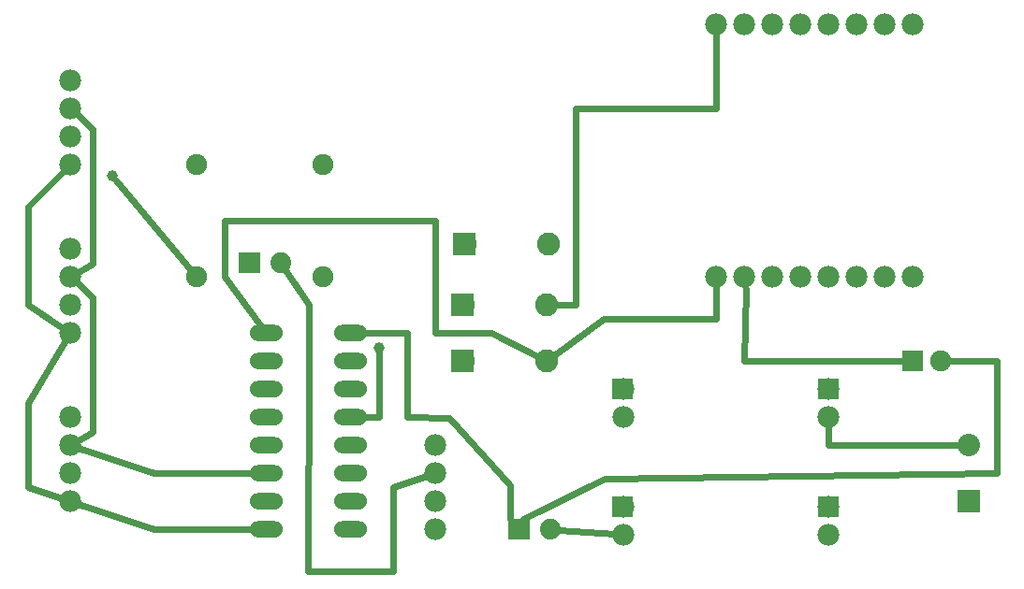
<source format=gtl>
G04 MADE WITH FRITZING*
G04 WWW.FRITZING.ORG*
G04 DOUBLE SIDED*
G04 HOLES PLATED*
G04 CONTOUR ON CENTER OF CONTOUR VECTOR*
%ASAXBY*%
%FSLAX23Y23*%
%MOIN*%
%OFA0B0*%
%SFA1.0B1.0*%
%ADD10C,0.039370*%
%ADD11C,0.078000*%
%ADD12C,0.075000*%
%ADD13C,0.082000*%
%ADD14C,0.074000*%
%ADD15C,0.080000*%
%ADD16C,0.058189*%
%ADD17C,0.077778*%
%ADD18R,0.075000X0.075000*%
%ADD19R,0.082000X0.082000*%
%ADD20R,0.079986X0.080000*%
%ADD21R,0.078000X0.078000*%
%ADD22C,0.024000*%
%ADD23R,0.001000X0.001000*%
%LNCOPPER1*%
G90*
G70*
G54D10*
X396Y1501D03*
X1346Y889D03*
G54D11*
X244Y641D03*
X244Y541D03*
X244Y441D03*
X244Y341D03*
X244Y1241D03*
X244Y1141D03*
X244Y1041D03*
X244Y941D03*
X244Y1841D03*
X244Y1741D03*
X244Y1641D03*
X244Y1541D03*
X1544Y541D03*
X1544Y441D03*
X1544Y341D03*
X1544Y241D03*
G54D12*
X3244Y841D03*
X3344Y841D03*
G54D13*
X1644Y1041D03*
X1942Y1041D03*
X1644Y841D03*
X1942Y841D03*
X1651Y1258D03*
X1949Y1258D03*
G54D14*
X1844Y241D03*
X1954Y241D03*
X1844Y241D03*
X1954Y241D03*
X884Y1191D03*
X994Y1191D03*
X884Y1191D03*
X994Y1191D03*
G54D12*
X694Y1541D03*
X694Y1141D03*
X1144Y1541D03*
X1144Y1141D03*
G54D15*
X3444Y341D03*
X3444Y541D03*
G54D16*
X944Y941D03*
X944Y841D03*
X944Y341D03*
X944Y241D03*
X944Y741D03*
X944Y641D03*
X944Y441D03*
X944Y541D03*
X1244Y241D03*
X1244Y341D03*
X1244Y441D03*
X1244Y541D03*
X1244Y641D03*
X1244Y741D03*
X1244Y841D03*
X1244Y941D03*
X944Y941D03*
X944Y841D03*
X944Y341D03*
X944Y241D03*
X944Y741D03*
X944Y641D03*
X944Y441D03*
X944Y541D03*
X1244Y241D03*
X1244Y341D03*
X1244Y441D03*
X1244Y541D03*
X1244Y641D03*
X1244Y741D03*
X1244Y841D03*
X1244Y941D03*
G54D11*
X2944Y221D03*
X2944Y641D03*
X2214Y221D03*
X2214Y321D03*
X2214Y641D03*
X2944Y321D03*
X2944Y741D03*
X2214Y741D03*
G54D17*
X3244Y2041D03*
X3144Y2041D03*
X3044Y2041D03*
X2944Y2041D03*
X2844Y2041D03*
X2744Y2041D03*
X2644Y2041D03*
X2544Y2041D03*
X2544Y1141D03*
X2644Y1141D03*
X2744Y1141D03*
X2844Y1141D03*
X2944Y1141D03*
X3044Y1141D03*
X3144Y1141D03*
X3244Y1141D03*
G54D18*
X3244Y841D03*
G54D19*
X1643Y1041D03*
X1643Y841D03*
X1650Y1258D03*
G54D20*
X3444Y341D03*
G54D21*
X2213Y321D03*
X2944Y321D03*
X2944Y741D03*
X2213Y741D03*
G54D22*
X2044Y1041D02*
X2044Y1741D01*
D02*
X2544Y1741D02*
X2544Y2011D01*
D02*
X2044Y1741D02*
X2544Y1741D01*
D02*
X2944Y541D02*
X2944Y610D01*
D02*
X1975Y1041D02*
X2044Y1041D01*
D02*
X3413Y541D02*
X2944Y541D01*
D02*
X794Y1341D02*
X1544Y1341D01*
D02*
X1744Y941D02*
X1914Y855D01*
D02*
X1544Y941D02*
X1744Y941D01*
D02*
X1544Y1341D02*
X1544Y941D01*
D02*
X794Y1141D02*
X794Y1341D01*
D02*
X926Y965D02*
X794Y1141D01*
D02*
X3544Y841D02*
X3544Y441D01*
D02*
X3373Y841D02*
X3544Y841D01*
D02*
X3544Y441D02*
X2148Y421D01*
D02*
X1860Y277D02*
X1857Y269D01*
D02*
X2148Y421D02*
X1860Y277D01*
D02*
X267Y1720D02*
X324Y1669D01*
D02*
X324Y1189D02*
X270Y1156D01*
D02*
X324Y1669D02*
X324Y1189D01*
D02*
X324Y589D02*
X324Y1069D01*
D02*
X270Y556D02*
X324Y589D01*
D02*
X544Y441D02*
X273Y531D01*
D02*
X324Y1069D02*
X267Y1120D01*
D02*
X914Y441D02*
X544Y441D01*
D02*
X408Y1486D02*
X676Y1163D01*
D02*
X94Y1392D02*
X223Y1519D01*
D02*
X94Y1042D02*
X94Y1392D01*
D02*
X219Y957D02*
X94Y1042D01*
D02*
X216Y350D02*
X94Y390D01*
D02*
X544Y241D02*
X273Y331D01*
D02*
X2184Y223D02*
X1985Y238D01*
D02*
X94Y692D02*
X229Y915D01*
D02*
X94Y390D02*
X94Y692D01*
D02*
X914Y241D02*
X544Y241D01*
D02*
X2644Y841D02*
X3216Y841D01*
D02*
X2652Y1093D02*
X2644Y841D01*
D02*
X2649Y1112D02*
X2652Y1093D01*
D02*
X1012Y1165D02*
X1094Y1041D01*
D02*
X1395Y90D02*
X1395Y390D01*
D02*
X1395Y390D02*
X1516Y431D01*
D02*
X1093Y90D02*
X1395Y90D01*
D02*
X1094Y841D02*
X1093Y90D01*
D02*
X1094Y1041D02*
X1094Y841D01*
D02*
X1444Y941D02*
X1275Y941D01*
D02*
X1444Y641D02*
X1444Y941D01*
D02*
X1596Y637D02*
X1444Y641D01*
D02*
X1812Y397D02*
X1596Y637D01*
D02*
X1812Y277D02*
X1812Y397D01*
D02*
X1824Y264D02*
X1812Y277D01*
D02*
X2544Y991D02*
X2144Y991D01*
D02*
X1344Y641D02*
X1346Y870D01*
D02*
X1275Y641D02*
X1344Y641D01*
D02*
X2144Y991D02*
X1968Y860D01*
D02*
X2544Y1111D02*
X2544Y991D01*
G54D23*
X848Y1228D02*
X920Y1228D01*
X847Y1227D02*
X920Y1227D01*
X847Y1226D02*
X920Y1226D01*
X847Y1225D02*
X920Y1225D01*
X847Y1224D02*
X920Y1224D01*
X847Y1223D02*
X920Y1223D01*
X847Y1222D02*
X920Y1222D01*
X847Y1221D02*
X920Y1221D01*
X847Y1220D02*
X920Y1220D01*
X847Y1219D02*
X920Y1219D01*
X847Y1218D02*
X920Y1218D01*
X847Y1217D02*
X920Y1217D01*
X847Y1216D02*
X920Y1216D01*
X847Y1215D02*
X920Y1215D01*
X847Y1214D02*
X920Y1214D01*
X847Y1213D02*
X920Y1213D01*
X847Y1212D02*
X920Y1212D01*
X847Y1211D02*
X882Y1211D01*
X885Y1211D02*
X920Y1211D01*
X847Y1210D02*
X877Y1210D01*
X890Y1210D02*
X920Y1210D01*
X847Y1209D02*
X875Y1209D01*
X893Y1209D02*
X920Y1209D01*
X847Y1208D02*
X873Y1208D01*
X895Y1208D02*
X920Y1208D01*
X847Y1207D02*
X871Y1207D01*
X896Y1207D02*
X920Y1207D01*
X847Y1206D02*
X870Y1206D01*
X897Y1206D02*
X920Y1206D01*
X847Y1205D02*
X869Y1205D01*
X899Y1205D02*
X920Y1205D01*
X847Y1204D02*
X868Y1204D01*
X899Y1204D02*
X920Y1204D01*
X847Y1203D02*
X867Y1203D01*
X900Y1203D02*
X920Y1203D01*
X847Y1202D02*
X867Y1202D01*
X901Y1202D02*
X920Y1202D01*
X847Y1201D02*
X866Y1201D01*
X902Y1201D02*
X920Y1201D01*
X847Y1200D02*
X865Y1200D01*
X902Y1200D02*
X920Y1200D01*
X847Y1199D02*
X865Y1199D01*
X903Y1199D02*
X920Y1199D01*
X847Y1198D02*
X865Y1198D01*
X903Y1198D02*
X920Y1198D01*
X847Y1197D02*
X864Y1197D01*
X903Y1197D02*
X920Y1197D01*
X847Y1196D02*
X864Y1196D01*
X904Y1196D02*
X920Y1196D01*
X847Y1195D02*
X864Y1195D01*
X904Y1195D02*
X920Y1195D01*
X847Y1194D02*
X864Y1194D01*
X904Y1194D02*
X920Y1194D01*
X847Y1193D02*
X863Y1193D01*
X904Y1193D02*
X920Y1193D01*
X847Y1192D02*
X863Y1192D01*
X904Y1192D02*
X920Y1192D01*
X847Y1191D02*
X863Y1191D01*
X904Y1191D02*
X920Y1191D01*
X847Y1190D02*
X863Y1190D01*
X904Y1190D02*
X920Y1190D01*
X847Y1189D02*
X863Y1189D01*
X904Y1189D02*
X920Y1189D01*
X847Y1188D02*
X864Y1188D01*
X904Y1188D02*
X920Y1188D01*
X847Y1187D02*
X864Y1187D01*
X904Y1187D02*
X920Y1187D01*
X847Y1186D02*
X864Y1186D01*
X903Y1186D02*
X920Y1186D01*
X847Y1185D02*
X864Y1185D01*
X903Y1185D02*
X920Y1185D01*
X847Y1184D02*
X865Y1184D01*
X903Y1184D02*
X920Y1184D01*
X847Y1183D02*
X865Y1183D01*
X903Y1183D02*
X920Y1183D01*
X847Y1182D02*
X866Y1182D01*
X902Y1182D02*
X920Y1182D01*
X847Y1181D02*
X866Y1181D01*
X901Y1181D02*
X920Y1181D01*
X847Y1180D02*
X867Y1180D01*
X901Y1180D02*
X920Y1180D01*
X847Y1179D02*
X867Y1179D01*
X900Y1179D02*
X920Y1179D01*
X847Y1178D02*
X868Y1178D01*
X899Y1178D02*
X920Y1178D01*
X847Y1177D02*
X869Y1177D01*
X898Y1177D02*
X920Y1177D01*
X847Y1176D02*
X870Y1176D01*
X897Y1176D02*
X920Y1176D01*
X847Y1175D02*
X871Y1175D01*
X896Y1175D02*
X920Y1175D01*
X847Y1174D02*
X873Y1174D01*
X895Y1174D02*
X920Y1174D01*
X847Y1173D02*
X875Y1173D01*
X893Y1173D02*
X920Y1173D01*
X847Y1172D02*
X878Y1172D01*
X890Y1172D02*
X920Y1172D01*
X847Y1171D02*
X920Y1171D01*
X847Y1170D02*
X920Y1170D01*
X847Y1169D02*
X920Y1169D01*
X847Y1168D02*
X920Y1168D01*
X847Y1167D02*
X920Y1167D01*
X847Y1166D02*
X920Y1166D01*
X847Y1165D02*
X920Y1165D01*
X847Y1164D02*
X920Y1164D01*
X847Y1163D02*
X920Y1163D01*
X847Y1162D02*
X920Y1162D01*
X847Y1161D02*
X920Y1161D01*
X847Y1160D02*
X920Y1160D01*
X847Y1159D02*
X920Y1159D01*
X847Y1158D02*
X920Y1158D01*
X847Y1157D02*
X920Y1157D01*
X847Y1156D02*
X920Y1156D01*
X847Y1155D02*
X920Y1155D01*
X912Y970D02*
X975Y970D01*
X1212Y970D02*
X1275Y970D01*
X907Y969D02*
X980Y969D01*
X1207Y969D02*
X1280Y969D01*
X904Y968D02*
X983Y968D01*
X1204Y968D02*
X1283Y968D01*
X902Y967D02*
X986Y967D01*
X1202Y967D02*
X1285Y967D01*
X900Y966D02*
X987Y966D01*
X1200Y966D02*
X1287Y966D01*
X899Y965D02*
X989Y965D01*
X1199Y965D02*
X1289Y965D01*
X897Y964D02*
X990Y964D01*
X1197Y964D02*
X1290Y964D01*
X896Y963D02*
X991Y963D01*
X1196Y963D02*
X1291Y963D01*
X895Y962D02*
X993Y962D01*
X1195Y962D02*
X1292Y962D01*
X894Y961D02*
X993Y961D01*
X1194Y961D02*
X1293Y961D01*
X893Y960D02*
X942Y960D01*
X946Y960D02*
X994Y960D01*
X1193Y960D02*
X1241Y960D01*
X1246Y960D02*
X1294Y960D01*
X892Y959D02*
X937Y959D01*
X951Y959D02*
X995Y959D01*
X1192Y959D02*
X1237Y959D01*
X1251Y959D02*
X1295Y959D01*
X892Y958D02*
X935Y958D01*
X953Y958D02*
X996Y958D01*
X1191Y958D02*
X1234Y958D01*
X1253Y958D02*
X1296Y958D01*
X891Y957D02*
X933Y957D01*
X955Y957D02*
X997Y957D01*
X1191Y957D02*
X1233Y957D01*
X1255Y957D02*
X1297Y957D01*
X890Y956D02*
X931Y956D01*
X956Y956D02*
X997Y956D01*
X1190Y956D02*
X1231Y956D01*
X1256Y956D02*
X1297Y956D01*
X890Y955D02*
X930Y955D01*
X957Y955D02*
X998Y955D01*
X1190Y955D02*
X1230Y955D01*
X1257Y955D02*
X1298Y955D01*
X889Y954D02*
X929Y954D01*
X958Y954D02*
X998Y954D01*
X1189Y954D02*
X1229Y954D01*
X1258Y954D02*
X1298Y954D01*
X889Y953D02*
X928Y953D01*
X959Y953D02*
X999Y953D01*
X1189Y953D02*
X1228Y953D01*
X1259Y953D02*
X1299Y953D01*
X888Y952D02*
X928Y952D01*
X960Y952D02*
X999Y952D01*
X1188Y952D02*
X1228Y952D01*
X1260Y952D02*
X1299Y952D01*
X888Y951D02*
X927Y951D01*
X960Y951D02*
X1000Y951D01*
X1188Y951D02*
X1227Y951D01*
X1260Y951D02*
X1300Y951D01*
X887Y950D02*
X926Y950D01*
X961Y950D02*
X1000Y950D01*
X1187Y950D02*
X1226Y950D01*
X1261Y950D02*
X1300Y950D01*
X887Y949D02*
X926Y949D01*
X962Y949D02*
X1000Y949D01*
X1187Y949D02*
X1226Y949D01*
X1261Y949D02*
X1300Y949D01*
X887Y948D02*
X925Y948D01*
X962Y948D02*
X1001Y948D01*
X1187Y948D02*
X1225Y948D01*
X1262Y948D02*
X1300Y948D01*
X887Y947D02*
X925Y947D01*
X962Y947D02*
X1001Y947D01*
X1187Y947D02*
X1225Y947D01*
X1262Y947D02*
X1301Y947D01*
X886Y946D02*
X925Y946D01*
X963Y946D02*
X1001Y946D01*
X1186Y946D02*
X1225Y946D01*
X1263Y946D02*
X1301Y946D01*
X886Y945D02*
X925Y945D01*
X963Y945D02*
X1001Y945D01*
X1186Y945D02*
X1224Y945D01*
X1263Y945D02*
X1301Y945D01*
X886Y944D02*
X924Y944D01*
X963Y944D02*
X1001Y944D01*
X1186Y944D02*
X1224Y944D01*
X1263Y944D02*
X1301Y944D01*
X886Y943D02*
X924Y943D01*
X963Y943D02*
X1001Y943D01*
X1186Y943D02*
X1224Y943D01*
X1263Y943D02*
X1301Y943D01*
X886Y942D02*
X924Y942D01*
X963Y942D02*
X1001Y942D01*
X1186Y942D02*
X1224Y942D01*
X1263Y942D02*
X1301Y942D01*
X886Y941D02*
X924Y941D01*
X963Y941D02*
X1001Y941D01*
X1186Y941D02*
X1224Y941D01*
X1263Y941D02*
X1301Y941D01*
X886Y940D02*
X924Y940D01*
X963Y940D02*
X1001Y940D01*
X1186Y940D02*
X1224Y940D01*
X1263Y940D02*
X1301Y940D01*
X886Y939D02*
X924Y939D01*
X963Y939D02*
X1001Y939D01*
X1186Y939D02*
X1224Y939D01*
X1263Y939D02*
X1301Y939D01*
X886Y938D02*
X924Y938D01*
X963Y938D02*
X1001Y938D01*
X1186Y938D02*
X1224Y938D01*
X1263Y938D02*
X1301Y938D01*
X886Y937D02*
X925Y937D01*
X963Y937D02*
X1001Y937D01*
X1186Y937D02*
X1225Y937D01*
X1263Y937D02*
X1301Y937D01*
X887Y936D02*
X925Y936D01*
X963Y936D02*
X1001Y936D01*
X1186Y936D02*
X1225Y936D01*
X1262Y936D02*
X1301Y936D01*
X887Y935D02*
X925Y935D01*
X962Y935D02*
X1001Y935D01*
X1187Y935D02*
X1225Y935D01*
X1262Y935D02*
X1301Y935D01*
X887Y934D02*
X926Y934D01*
X962Y934D02*
X1000Y934D01*
X1187Y934D02*
X1225Y934D01*
X1262Y934D02*
X1300Y934D01*
X887Y933D02*
X926Y933D01*
X961Y933D02*
X1000Y933D01*
X1187Y933D02*
X1226Y933D01*
X1261Y933D02*
X1300Y933D01*
X888Y932D02*
X927Y932D01*
X961Y932D02*
X1000Y932D01*
X1187Y932D02*
X1226Y932D01*
X1261Y932D02*
X1300Y932D01*
X888Y931D02*
X927Y931D01*
X960Y931D02*
X1000Y931D01*
X1188Y931D02*
X1227Y931D01*
X1260Y931D02*
X1300Y931D01*
X888Y930D02*
X928Y930D01*
X960Y930D02*
X999Y930D01*
X1188Y930D02*
X1228Y930D01*
X1260Y930D02*
X1299Y930D01*
X889Y929D02*
X929Y929D01*
X959Y929D02*
X999Y929D01*
X1189Y929D02*
X1228Y929D01*
X1259Y929D02*
X1299Y929D01*
X889Y928D02*
X929Y928D01*
X958Y928D02*
X998Y928D01*
X1189Y928D02*
X1229Y928D01*
X1258Y928D02*
X1298Y928D01*
X890Y927D02*
X930Y927D01*
X957Y927D02*
X998Y927D01*
X1190Y927D02*
X1230Y927D01*
X1257Y927D02*
X1298Y927D01*
X890Y926D02*
X932Y926D01*
X956Y926D02*
X997Y926D01*
X1190Y926D02*
X1232Y926D01*
X1256Y926D02*
X1297Y926D01*
X891Y925D02*
X933Y925D01*
X954Y925D02*
X997Y925D01*
X1191Y925D02*
X1233Y925D01*
X1254Y925D02*
X1296Y925D01*
X892Y924D02*
X935Y924D01*
X953Y924D02*
X996Y924D01*
X1192Y924D02*
X1235Y924D01*
X1253Y924D02*
X1296Y924D01*
X892Y923D02*
X937Y923D01*
X950Y923D02*
X995Y923D01*
X1192Y923D02*
X1237Y923D01*
X1250Y923D02*
X1295Y923D01*
X893Y922D02*
X994Y922D01*
X1193Y922D02*
X1294Y922D01*
X894Y921D02*
X993Y921D01*
X1194Y921D02*
X1293Y921D01*
X895Y920D02*
X992Y920D01*
X1195Y920D02*
X1292Y920D01*
X896Y919D02*
X991Y919D01*
X1196Y919D02*
X1291Y919D01*
X897Y918D02*
X990Y918D01*
X1197Y918D02*
X1290Y918D01*
X899Y917D02*
X989Y917D01*
X1199Y917D02*
X1289Y917D01*
X900Y916D02*
X987Y916D01*
X1200Y916D02*
X1287Y916D01*
X902Y915D02*
X985Y915D01*
X1202Y915D02*
X1285Y915D01*
X905Y914D02*
X983Y914D01*
X1205Y914D02*
X1283Y914D01*
X908Y913D02*
X980Y913D01*
X1208Y913D02*
X1280Y913D01*
X915Y912D02*
X973Y912D01*
X1215Y912D02*
X1273Y912D01*
X912Y870D02*
X976Y870D01*
X1212Y870D02*
X1275Y870D01*
X907Y869D02*
X980Y869D01*
X1207Y869D02*
X1280Y869D01*
X904Y868D02*
X983Y868D01*
X1204Y868D02*
X1283Y868D01*
X902Y867D02*
X986Y867D01*
X1202Y867D02*
X1285Y867D01*
X900Y866D02*
X987Y866D01*
X1200Y866D02*
X1287Y866D01*
X899Y865D02*
X989Y865D01*
X1199Y865D02*
X1289Y865D01*
X897Y864D02*
X990Y864D01*
X1197Y864D02*
X1290Y864D01*
X896Y863D02*
X991Y863D01*
X1196Y863D02*
X1291Y863D01*
X895Y862D02*
X993Y862D01*
X1195Y862D02*
X1292Y862D01*
X894Y861D02*
X993Y861D01*
X1194Y861D02*
X1293Y861D01*
X893Y860D02*
X941Y860D01*
X946Y860D02*
X994Y860D01*
X1193Y860D02*
X1241Y860D01*
X1246Y860D02*
X1294Y860D01*
X892Y859D02*
X937Y859D01*
X951Y859D02*
X995Y859D01*
X1192Y859D02*
X1237Y859D01*
X1251Y859D02*
X1295Y859D01*
X892Y858D02*
X935Y858D01*
X953Y858D02*
X996Y858D01*
X1191Y858D02*
X1234Y858D01*
X1253Y858D02*
X1296Y858D01*
X891Y857D02*
X933Y857D01*
X955Y857D02*
X997Y857D01*
X1191Y857D02*
X1233Y857D01*
X1255Y857D02*
X1297Y857D01*
X890Y856D02*
X931Y856D01*
X956Y856D02*
X997Y856D01*
X1190Y856D02*
X1231Y856D01*
X1256Y856D02*
X1297Y856D01*
X890Y855D02*
X930Y855D01*
X957Y855D02*
X998Y855D01*
X1190Y855D02*
X1230Y855D01*
X1257Y855D02*
X1298Y855D01*
X889Y854D02*
X929Y854D01*
X958Y854D02*
X998Y854D01*
X1189Y854D02*
X1229Y854D01*
X1258Y854D02*
X1298Y854D01*
X889Y853D02*
X928Y853D01*
X959Y853D02*
X999Y853D01*
X1189Y853D02*
X1228Y853D01*
X1259Y853D02*
X1299Y853D01*
X888Y852D02*
X928Y852D01*
X960Y852D02*
X999Y852D01*
X1188Y852D02*
X1228Y852D01*
X1260Y852D02*
X1299Y852D01*
X888Y851D02*
X927Y851D01*
X960Y851D02*
X1000Y851D01*
X1188Y851D02*
X1227Y851D01*
X1260Y851D02*
X1300Y851D01*
X887Y850D02*
X926Y850D01*
X961Y850D02*
X1000Y850D01*
X1187Y850D02*
X1226Y850D01*
X1261Y850D02*
X1300Y850D01*
X887Y849D02*
X926Y849D01*
X962Y849D02*
X1000Y849D01*
X1187Y849D02*
X1226Y849D01*
X1261Y849D02*
X1300Y849D01*
X887Y848D02*
X925Y848D01*
X962Y848D02*
X1001Y848D01*
X1187Y848D02*
X1225Y848D01*
X1262Y848D02*
X1300Y848D01*
X887Y847D02*
X925Y847D01*
X962Y847D02*
X1001Y847D01*
X1187Y847D02*
X1225Y847D01*
X1262Y847D02*
X1301Y847D01*
X886Y846D02*
X925Y846D01*
X963Y846D02*
X1001Y846D01*
X1186Y846D02*
X1225Y846D01*
X1263Y846D02*
X1301Y846D01*
X886Y845D02*
X925Y845D01*
X963Y845D02*
X1001Y845D01*
X1186Y845D02*
X1224Y845D01*
X1263Y845D02*
X1301Y845D01*
X886Y844D02*
X924Y844D01*
X963Y844D02*
X1001Y844D01*
X1186Y844D02*
X1224Y844D01*
X1263Y844D02*
X1301Y844D01*
X886Y843D02*
X924Y843D01*
X963Y843D02*
X1001Y843D01*
X1186Y843D02*
X1224Y843D01*
X1263Y843D02*
X1301Y843D01*
X886Y842D02*
X924Y842D01*
X963Y842D02*
X1001Y842D01*
X1186Y842D02*
X1224Y842D01*
X1263Y842D02*
X1301Y842D01*
X886Y841D02*
X924Y841D01*
X963Y841D02*
X1001Y841D01*
X1186Y841D02*
X1224Y841D01*
X1263Y841D02*
X1301Y841D01*
X886Y840D02*
X924Y840D01*
X963Y840D02*
X1001Y840D01*
X1186Y840D02*
X1224Y840D01*
X1263Y840D02*
X1301Y840D01*
X886Y839D02*
X924Y839D01*
X963Y839D02*
X1001Y839D01*
X1186Y839D02*
X1224Y839D01*
X1263Y839D02*
X1301Y839D01*
X886Y838D02*
X924Y838D01*
X963Y838D02*
X1001Y838D01*
X1186Y838D02*
X1224Y838D01*
X1263Y838D02*
X1301Y838D01*
X886Y837D02*
X925Y837D01*
X963Y837D02*
X1001Y837D01*
X1186Y837D02*
X1225Y837D01*
X1263Y837D02*
X1301Y837D01*
X887Y836D02*
X925Y836D01*
X963Y836D02*
X1001Y836D01*
X1186Y836D02*
X1225Y836D01*
X1262Y836D02*
X1301Y836D01*
X887Y835D02*
X925Y835D01*
X962Y835D02*
X1001Y835D01*
X1187Y835D02*
X1225Y835D01*
X1262Y835D02*
X1301Y835D01*
X887Y834D02*
X926Y834D01*
X962Y834D02*
X1000Y834D01*
X1187Y834D02*
X1225Y834D01*
X1262Y834D02*
X1300Y834D01*
X887Y833D02*
X926Y833D01*
X961Y833D02*
X1000Y833D01*
X1187Y833D02*
X1226Y833D01*
X1261Y833D02*
X1300Y833D01*
X888Y832D02*
X927Y832D01*
X961Y832D02*
X1000Y832D01*
X1187Y832D02*
X1226Y832D01*
X1261Y832D02*
X1300Y832D01*
X888Y831D02*
X927Y831D01*
X960Y831D02*
X1000Y831D01*
X1188Y831D02*
X1227Y831D01*
X1260Y831D02*
X1300Y831D01*
X888Y830D02*
X928Y830D01*
X960Y830D02*
X999Y830D01*
X1188Y830D02*
X1228Y830D01*
X1260Y830D02*
X1299Y830D01*
X889Y829D02*
X929Y829D01*
X959Y829D02*
X999Y829D01*
X1189Y829D02*
X1228Y829D01*
X1259Y829D02*
X1299Y829D01*
X889Y828D02*
X929Y828D01*
X958Y828D02*
X998Y828D01*
X1189Y828D02*
X1229Y828D01*
X1258Y828D02*
X1298Y828D01*
X890Y827D02*
X930Y827D01*
X957Y827D02*
X998Y827D01*
X1190Y827D02*
X1230Y827D01*
X1257Y827D02*
X1298Y827D01*
X890Y826D02*
X932Y826D01*
X956Y826D02*
X997Y826D01*
X1190Y826D02*
X1232Y826D01*
X1256Y826D02*
X1297Y826D01*
X891Y825D02*
X933Y825D01*
X954Y825D02*
X997Y825D01*
X1191Y825D02*
X1233Y825D01*
X1254Y825D02*
X1296Y825D01*
X892Y824D02*
X935Y824D01*
X953Y824D02*
X996Y824D01*
X1192Y824D02*
X1235Y824D01*
X1253Y824D02*
X1296Y824D01*
X892Y823D02*
X937Y823D01*
X950Y823D02*
X995Y823D01*
X1192Y823D02*
X1237Y823D01*
X1250Y823D02*
X1295Y823D01*
X893Y822D02*
X994Y822D01*
X1193Y822D02*
X1294Y822D01*
X894Y821D02*
X993Y821D01*
X1194Y821D02*
X1293Y821D01*
X895Y820D02*
X992Y820D01*
X1195Y820D02*
X1292Y820D01*
X896Y819D02*
X991Y819D01*
X1196Y819D02*
X1291Y819D01*
X897Y818D02*
X990Y818D01*
X1197Y818D02*
X1290Y818D01*
X899Y817D02*
X989Y817D01*
X1199Y817D02*
X1289Y817D01*
X900Y816D02*
X987Y816D01*
X1200Y816D02*
X1287Y816D01*
X902Y815D02*
X985Y815D01*
X1202Y815D02*
X1285Y815D01*
X905Y814D02*
X983Y814D01*
X1205Y814D02*
X1283Y814D01*
X908Y813D02*
X980Y813D01*
X1208Y813D02*
X1280Y813D01*
X915Y812D02*
X973Y812D01*
X1215Y812D02*
X1273Y812D01*
X912Y770D02*
X976Y770D01*
X1212Y770D02*
X1275Y770D01*
X907Y769D02*
X980Y769D01*
X1207Y769D02*
X1280Y769D01*
X904Y768D02*
X983Y768D01*
X1204Y768D02*
X1283Y768D01*
X902Y767D02*
X986Y767D01*
X1202Y767D02*
X1285Y767D01*
X900Y766D02*
X987Y766D01*
X1200Y766D02*
X1287Y766D01*
X899Y765D02*
X989Y765D01*
X1199Y765D02*
X1289Y765D01*
X897Y764D02*
X990Y764D01*
X1197Y764D02*
X1290Y764D01*
X896Y763D02*
X991Y763D01*
X1196Y763D02*
X1291Y763D01*
X895Y762D02*
X993Y762D01*
X1195Y762D02*
X1292Y762D01*
X894Y761D02*
X993Y761D01*
X1194Y761D02*
X1293Y761D01*
X893Y760D02*
X941Y760D01*
X946Y760D02*
X994Y760D01*
X1193Y760D02*
X1241Y760D01*
X1246Y760D02*
X1294Y760D01*
X892Y759D02*
X937Y759D01*
X951Y759D02*
X995Y759D01*
X1192Y759D02*
X1237Y759D01*
X1251Y759D02*
X1295Y759D01*
X891Y758D02*
X935Y758D01*
X953Y758D02*
X996Y758D01*
X1191Y758D02*
X1234Y758D01*
X1253Y758D02*
X1296Y758D01*
X891Y757D02*
X933Y757D01*
X955Y757D02*
X997Y757D01*
X1191Y757D02*
X1233Y757D01*
X1255Y757D02*
X1297Y757D01*
X890Y756D02*
X931Y756D01*
X956Y756D02*
X997Y756D01*
X1190Y756D02*
X1231Y756D01*
X1256Y756D02*
X1297Y756D01*
X890Y755D02*
X930Y755D01*
X957Y755D02*
X998Y755D01*
X1190Y755D02*
X1230Y755D01*
X1257Y755D02*
X1298Y755D01*
X889Y754D02*
X929Y754D01*
X958Y754D02*
X998Y754D01*
X1189Y754D02*
X1229Y754D01*
X1258Y754D02*
X1298Y754D01*
X889Y753D02*
X928Y753D01*
X959Y753D02*
X999Y753D01*
X1189Y753D02*
X1228Y753D01*
X1259Y753D02*
X1299Y753D01*
X888Y752D02*
X928Y752D01*
X960Y752D02*
X999Y752D01*
X1188Y752D02*
X1228Y752D01*
X1260Y752D02*
X1299Y752D01*
X888Y751D02*
X927Y751D01*
X960Y751D02*
X1000Y751D01*
X1188Y751D02*
X1227Y751D01*
X1260Y751D02*
X1300Y751D01*
X887Y750D02*
X926Y750D01*
X961Y750D02*
X1000Y750D01*
X1187Y750D02*
X1226Y750D01*
X1261Y750D02*
X1300Y750D01*
X887Y749D02*
X926Y749D01*
X962Y749D02*
X1000Y749D01*
X1187Y749D02*
X1226Y749D01*
X1261Y749D02*
X1300Y749D01*
X887Y748D02*
X925Y748D01*
X962Y748D02*
X1001Y748D01*
X1187Y748D02*
X1225Y748D01*
X1262Y748D02*
X1300Y748D01*
X887Y747D02*
X925Y747D01*
X962Y747D02*
X1001Y747D01*
X1187Y747D02*
X1225Y747D01*
X1262Y747D02*
X1301Y747D01*
X886Y746D02*
X925Y746D01*
X963Y746D02*
X1001Y746D01*
X1186Y746D02*
X1225Y746D01*
X1263Y746D02*
X1301Y746D01*
X886Y745D02*
X925Y745D01*
X963Y745D02*
X1001Y745D01*
X1186Y745D02*
X1224Y745D01*
X1263Y745D02*
X1301Y745D01*
X886Y744D02*
X924Y744D01*
X963Y744D02*
X1001Y744D01*
X1186Y744D02*
X1224Y744D01*
X1263Y744D02*
X1301Y744D01*
X886Y743D02*
X924Y743D01*
X963Y743D02*
X1001Y743D01*
X1186Y743D02*
X1224Y743D01*
X1263Y743D02*
X1301Y743D01*
X886Y742D02*
X924Y742D01*
X963Y742D02*
X1001Y742D01*
X1186Y742D02*
X1224Y742D01*
X1263Y742D02*
X1301Y742D01*
X886Y741D02*
X924Y741D01*
X963Y741D02*
X1001Y741D01*
X1186Y741D02*
X1224Y741D01*
X1263Y741D02*
X1301Y741D01*
X886Y740D02*
X924Y740D01*
X963Y740D02*
X1001Y740D01*
X1186Y740D02*
X1224Y740D01*
X1263Y740D02*
X1301Y740D01*
X886Y739D02*
X924Y739D01*
X963Y739D02*
X1001Y739D01*
X1186Y739D02*
X1224Y739D01*
X1263Y739D02*
X1301Y739D01*
X886Y738D02*
X924Y738D01*
X963Y738D02*
X1001Y738D01*
X1186Y738D02*
X1224Y738D01*
X1263Y738D02*
X1301Y738D01*
X886Y737D02*
X925Y737D01*
X963Y737D02*
X1001Y737D01*
X1186Y737D02*
X1225Y737D01*
X1263Y737D02*
X1301Y737D01*
X887Y736D02*
X925Y736D01*
X963Y736D02*
X1001Y736D01*
X1186Y736D02*
X1225Y736D01*
X1262Y736D02*
X1301Y736D01*
X887Y735D02*
X925Y735D01*
X962Y735D02*
X1001Y735D01*
X1187Y735D02*
X1225Y735D01*
X1262Y735D02*
X1301Y735D01*
X887Y734D02*
X926Y734D01*
X962Y734D02*
X1000Y734D01*
X1187Y734D02*
X1225Y734D01*
X1262Y734D02*
X1300Y734D01*
X887Y733D02*
X926Y733D01*
X961Y733D02*
X1000Y733D01*
X1187Y733D02*
X1226Y733D01*
X1261Y733D02*
X1300Y733D01*
X888Y732D02*
X927Y732D01*
X961Y732D02*
X1000Y732D01*
X1187Y732D02*
X1226Y732D01*
X1261Y732D02*
X1300Y732D01*
X888Y731D02*
X927Y731D01*
X960Y731D02*
X1000Y731D01*
X1188Y731D02*
X1227Y731D01*
X1260Y731D02*
X1300Y731D01*
X888Y730D02*
X928Y730D01*
X960Y730D02*
X999Y730D01*
X1188Y730D02*
X1228Y730D01*
X1260Y730D02*
X1299Y730D01*
X889Y729D02*
X929Y729D01*
X959Y729D02*
X999Y729D01*
X1189Y729D02*
X1228Y729D01*
X1259Y729D02*
X1299Y729D01*
X889Y728D02*
X929Y728D01*
X958Y728D02*
X998Y728D01*
X1189Y728D02*
X1229Y728D01*
X1258Y728D02*
X1298Y728D01*
X890Y727D02*
X930Y727D01*
X957Y727D02*
X998Y727D01*
X1190Y727D02*
X1230Y727D01*
X1257Y727D02*
X1298Y727D01*
X890Y726D02*
X932Y726D01*
X956Y726D02*
X997Y726D01*
X1190Y726D02*
X1232Y726D01*
X1256Y726D02*
X1297Y726D01*
X891Y725D02*
X933Y725D01*
X954Y725D02*
X997Y725D01*
X1191Y725D02*
X1233Y725D01*
X1254Y725D02*
X1296Y725D01*
X892Y724D02*
X935Y724D01*
X953Y724D02*
X996Y724D01*
X1192Y724D02*
X1235Y724D01*
X1253Y724D02*
X1296Y724D01*
X892Y723D02*
X937Y723D01*
X950Y723D02*
X995Y723D01*
X1192Y723D02*
X1237Y723D01*
X1250Y723D02*
X1295Y723D01*
X893Y722D02*
X994Y722D01*
X1193Y722D02*
X1294Y722D01*
X894Y721D02*
X993Y721D01*
X1194Y721D02*
X1293Y721D01*
X895Y720D02*
X992Y720D01*
X1195Y720D02*
X1292Y720D01*
X896Y719D02*
X991Y719D01*
X1196Y719D02*
X1291Y719D01*
X897Y718D02*
X990Y718D01*
X1197Y718D02*
X1290Y718D01*
X899Y717D02*
X989Y717D01*
X1199Y717D02*
X1289Y717D01*
X900Y716D02*
X987Y716D01*
X1200Y716D02*
X1287Y716D01*
X902Y715D02*
X985Y715D01*
X1202Y715D02*
X1285Y715D01*
X905Y714D02*
X983Y714D01*
X1205Y714D02*
X1283Y714D01*
X908Y713D02*
X980Y713D01*
X1208Y713D02*
X1280Y713D01*
X915Y712D02*
X972Y712D01*
X1215Y712D02*
X1272Y712D01*
X912Y670D02*
X976Y670D01*
X1212Y670D02*
X1275Y670D01*
X907Y669D02*
X980Y669D01*
X1207Y669D02*
X1280Y669D01*
X904Y668D02*
X983Y668D01*
X1204Y668D02*
X1283Y668D01*
X902Y667D02*
X986Y667D01*
X1202Y667D02*
X1285Y667D01*
X900Y666D02*
X987Y666D01*
X1200Y666D02*
X1287Y666D01*
X899Y665D02*
X989Y665D01*
X1199Y665D02*
X1289Y665D01*
X897Y664D02*
X990Y664D01*
X1197Y664D02*
X1290Y664D01*
X896Y663D02*
X991Y663D01*
X1196Y663D02*
X1291Y663D01*
X895Y662D02*
X993Y662D01*
X1195Y662D02*
X1292Y662D01*
X894Y661D02*
X993Y661D01*
X1194Y661D02*
X1293Y661D01*
X893Y660D02*
X941Y660D01*
X946Y660D02*
X994Y660D01*
X1193Y660D02*
X1241Y660D01*
X1246Y660D02*
X1294Y660D01*
X892Y659D02*
X937Y659D01*
X951Y659D02*
X995Y659D01*
X1192Y659D02*
X1237Y659D01*
X1251Y659D02*
X1295Y659D01*
X891Y658D02*
X935Y658D01*
X953Y658D02*
X996Y658D01*
X1191Y658D02*
X1234Y658D01*
X1253Y658D02*
X1296Y658D01*
X891Y657D02*
X933Y657D01*
X955Y657D02*
X997Y657D01*
X1191Y657D02*
X1233Y657D01*
X1255Y657D02*
X1297Y657D01*
X890Y656D02*
X931Y656D01*
X956Y656D02*
X997Y656D01*
X1190Y656D02*
X1231Y656D01*
X1256Y656D02*
X1297Y656D01*
X890Y655D02*
X930Y655D01*
X957Y655D02*
X998Y655D01*
X1190Y655D02*
X1230Y655D01*
X1257Y655D02*
X1298Y655D01*
X889Y654D02*
X929Y654D01*
X958Y654D02*
X998Y654D01*
X1189Y654D02*
X1229Y654D01*
X1258Y654D02*
X1298Y654D01*
X889Y653D02*
X928Y653D01*
X959Y653D02*
X999Y653D01*
X1189Y653D02*
X1228Y653D01*
X1259Y653D02*
X1299Y653D01*
X888Y652D02*
X928Y652D01*
X960Y652D02*
X999Y652D01*
X1188Y652D02*
X1228Y652D01*
X1260Y652D02*
X1299Y652D01*
X888Y651D02*
X927Y651D01*
X960Y651D02*
X1000Y651D01*
X1188Y651D02*
X1227Y651D01*
X1260Y651D02*
X1300Y651D01*
X887Y650D02*
X926Y650D01*
X961Y650D02*
X1000Y650D01*
X1187Y650D02*
X1226Y650D01*
X1261Y650D02*
X1300Y650D01*
X887Y649D02*
X926Y649D01*
X962Y649D02*
X1000Y649D01*
X1187Y649D02*
X1226Y649D01*
X1261Y649D02*
X1300Y649D01*
X887Y648D02*
X925Y648D01*
X962Y648D02*
X1001Y648D01*
X1187Y648D02*
X1225Y648D01*
X1262Y648D02*
X1300Y648D01*
X887Y647D02*
X925Y647D01*
X962Y647D02*
X1001Y647D01*
X1187Y647D02*
X1225Y647D01*
X1262Y647D02*
X1301Y647D01*
X886Y646D02*
X925Y646D01*
X963Y646D02*
X1001Y646D01*
X1186Y646D02*
X1225Y646D01*
X1263Y646D02*
X1301Y646D01*
X886Y645D02*
X925Y645D01*
X963Y645D02*
X1001Y645D01*
X1186Y645D02*
X1224Y645D01*
X1263Y645D02*
X1301Y645D01*
X886Y644D02*
X924Y644D01*
X963Y644D02*
X1001Y644D01*
X1186Y644D02*
X1224Y644D01*
X1263Y644D02*
X1301Y644D01*
X886Y643D02*
X924Y643D01*
X963Y643D02*
X1001Y643D01*
X1186Y643D02*
X1224Y643D01*
X1263Y643D02*
X1301Y643D01*
X886Y642D02*
X924Y642D01*
X963Y642D02*
X1001Y642D01*
X1186Y642D02*
X1224Y642D01*
X1263Y642D02*
X1301Y642D01*
X886Y641D02*
X924Y641D01*
X963Y641D02*
X1001Y641D01*
X1186Y641D02*
X1224Y641D01*
X1263Y641D02*
X1301Y641D01*
X886Y640D02*
X924Y640D01*
X963Y640D02*
X1001Y640D01*
X1186Y640D02*
X1224Y640D01*
X1263Y640D02*
X1301Y640D01*
X886Y639D02*
X924Y639D01*
X963Y639D02*
X1001Y639D01*
X1186Y639D02*
X1224Y639D01*
X1263Y639D02*
X1301Y639D01*
X886Y638D02*
X924Y638D01*
X963Y638D02*
X1001Y638D01*
X1186Y638D02*
X1224Y638D01*
X1263Y638D02*
X1301Y638D01*
X886Y637D02*
X925Y637D01*
X963Y637D02*
X1001Y637D01*
X1186Y637D02*
X1225Y637D01*
X1263Y637D02*
X1301Y637D01*
X887Y636D02*
X925Y636D01*
X963Y636D02*
X1001Y636D01*
X1186Y636D02*
X1225Y636D01*
X1262Y636D02*
X1301Y636D01*
X887Y635D02*
X925Y635D01*
X962Y635D02*
X1001Y635D01*
X1187Y635D02*
X1225Y635D01*
X1262Y635D02*
X1301Y635D01*
X887Y634D02*
X926Y634D01*
X962Y634D02*
X1000Y634D01*
X1187Y634D02*
X1225Y634D01*
X1262Y634D02*
X1300Y634D01*
X887Y633D02*
X926Y633D01*
X961Y633D02*
X1000Y633D01*
X1187Y633D02*
X1226Y633D01*
X1261Y633D02*
X1300Y633D01*
X888Y632D02*
X927Y632D01*
X961Y632D02*
X1000Y632D01*
X1187Y632D02*
X1226Y632D01*
X1261Y632D02*
X1300Y632D01*
X888Y631D02*
X927Y631D01*
X960Y631D02*
X1000Y631D01*
X1188Y631D02*
X1227Y631D01*
X1260Y631D02*
X1300Y631D01*
X888Y630D02*
X928Y630D01*
X960Y630D02*
X999Y630D01*
X1188Y630D02*
X1228Y630D01*
X1260Y630D02*
X1299Y630D01*
X889Y629D02*
X929Y629D01*
X959Y629D02*
X999Y629D01*
X1189Y629D02*
X1229Y629D01*
X1259Y629D02*
X1299Y629D01*
X889Y628D02*
X929Y628D01*
X958Y628D02*
X998Y628D01*
X1189Y628D02*
X1229Y628D01*
X1258Y628D02*
X1298Y628D01*
X890Y627D02*
X930Y627D01*
X957Y627D02*
X998Y627D01*
X1190Y627D02*
X1230Y627D01*
X1257Y627D02*
X1298Y627D01*
X890Y626D02*
X932Y626D01*
X956Y626D02*
X997Y626D01*
X1190Y626D02*
X1232Y626D01*
X1256Y626D02*
X1297Y626D01*
X891Y625D02*
X933Y625D01*
X954Y625D02*
X997Y625D01*
X1191Y625D02*
X1233Y625D01*
X1254Y625D02*
X1296Y625D01*
X892Y624D02*
X935Y624D01*
X953Y624D02*
X996Y624D01*
X1192Y624D02*
X1235Y624D01*
X1253Y624D02*
X1296Y624D01*
X892Y623D02*
X937Y623D01*
X950Y623D02*
X995Y623D01*
X1192Y623D02*
X1237Y623D01*
X1250Y623D02*
X1295Y623D01*
X893Y622D02*
X994Y622D01*
X1193Y622D02*
X1294Y622D01*
X894Y621D02*
X993Y621D01*
X1194Y621D02*
X1293Y621D01*
X895Y620D02*
X992Y620D01*
X1195Y620D02*
X1292Y620D01*
X896Y619D02*
X991Y619D01*
X1196Y619D02*
X1291Y619D01*
X897Y618D02*
X990Y618D01*
X1197Y618D02*
X1290Y618D01*
X899Y617D02*
X989Y617D01*
X1199Y617D02*
X1289Y617D01*
X900Y616D02*
X987Y616D01*
X1200Y616D02*
X1287Y616D01*
X902Y615D02*
X985Y615D01*
X1202Y615D02*
X1285Y615D01*
X905Y614D02*
X983Y614D01*
X1205Y614D02*
X1283Y614D01*
X908Y613D02*
X980Y613D01*
X1208Y613D02*
X1280Y613D01*
X915Y612D02*
X972Y612D01*
X1215Y612D02*
X1272Y612D01*
X912Y570D02*
X976Y570D01*
X1212Y570D02*
X1275Y570D01*
X907Y569D02*
X980Y569D01*
X1207Y569D02*
X1280Y569D01*
X904Y568D02*
X983Y568D01*
X1204Y568D02*
X1283Y568D01*
X902Y567D02*
X986Y567D01*
X1202Y567D02*
X1285Y567D01*
X900Y566D02*
X987Y566D01*
X1200Y566D02*
X1287Y566D01*
X899Y565D02*
X989Y565D01*
X1199Y565D02*
X1289Y565D01*
X897Y564D02*
X990Y564D01*
X1197Y564D02*
X1290Y564D01*
X896Y563D02*
X991Y563D01*
X1196Y563D02*
X1291Y563D01*
X895Y562D02*
X993Y562D01*
X1195Y562D02*
X1292Y562D01*
X894Y561D02*
X993Y561D01*
X1194Y561D02*
X1293Y561D01*
X893Y560D02*
X941Y560D01*
X946Y560D02*
X994Y560D01*
X1193Y560D02*
X1241Y560D01*
X1246Y560D02*
X1294Y560D01*
X892Y559D02*
X937Y559D01*
X951Y559D02*
X995Y559D01*
X1192Y559D02*
X1237Y559D01*
X1251Y559D02*
X1295Y559D01*
X891Y558D02*
X935Y558D01*
X953Y558D02*
X996Y558D01*
X1191Y558D02*
X1234Y558D01*
X1253Y558D02*
X1296Y558D01*
X891Y557D02*
X933Y557D01*
X955Y557D02*
X997Y557D01*
X1191Y557D02*
X1233Y557D01*
X1255Y557D02*
X1297Y557D01*
X890Y556D02*
X931Y556D01*
X956Y556D02*
X997Y556D01*
X1190Y556D02*
X1231Y556D01*
X1256Y556D02*
X1297Y556D01*
X890Y555D02*
X930Y555D01*
X957Y555D02*
X998Y555D01*
X1190Y555D02*
X1230Y555D01*
X1257Y555D02*
X1298Y555D01*
X889Y554D02*
X929Y554D01*
X958Y554D02*
X998Y554D01*
X1189Y554D02*
X1229Y554D01*
X1258Y554D02*
X1298Y554D01*
X889Y553D02*
X928Y553D01*
X959Y553D02*
X999Y553D01*
X1189Y553D02*
X1228Y553D01*
X1259Y553D02*
X1299Y553D01*
X888Y552D02*
X928Y552D01*
X960Y552D02*
X999Y552D01*
X1188Y552D02*
X1228Y552D01*
X1260Y552D02*
X1299Y552D01*
X888Y551D02*
X927Y551D01*
X960Y551D02*
X1000Y551D01*
X1188Y551D02*
X1227Y551D01*
X1260Y551D02*
X1300Y551D01*
X887Y550D02*
X926Y550D01*
X961Y550D02*
X1000Y550D01*
X1187Y550D02*
X1226Y550D01*
X1261Y550D02*
X1300Y550D01*
X887Y549D02*
X926Y549D01*
X962Y549D02*
X1000Y549D01*
X1187Y549D02*
X1226Y549D01*
X1261Y549D02*
X1300Y549D01*
X887Y548D02*
X925Y548D01*
X962Y548D02*
X1001Y548D01*
X1187Y548D02*
X1225Y548D01*
X1262Y548D02*
X1300Y548D01*
X887Y547D02*
X925Y547D01*
X962Y547D02*
X1001Y547D01*
X1187Y547D02*
X1225Y547D01*
X1262Y547D02*
X1301Y547D01*
X886Y546D02*
X925Y546D01*
X963Y546D02*
X1001Y546D01*
X1186Y546D02*
X1225Y546D01*
X1263Y546D02*
X1301Y546D01*
X886Y545D02*
X925Y545D01*
X963Y545D02*
X1001Y545D01*
X1186Y545D02*
X1224Y545D01*
X1263Y545D02*
X1301Y545D01*
X886Y544D02*
X924Y544D01*
X963Y544D02*
X1001Y544D01*
X1186Y544D02*
X1224Y544D01*
X1263Y544D02*
X1301Y544D01*
X886Y543D02*
X924Y543D01*
X963Y543D02*
X1001Y543D01*
X1186Y543D02*
X1224Y543D01*
X1263Y543D02*
X1301Y543D01*
X886Y542D02*
X924Y542D01*
X963Y542D02*
X1001Y542D01*
X1186Y542D02*
X1224Y542D01*
X1263Y542D02*
X1301Y542D01*
X886Y541D02*
X924Y541D01*
X963Y541D02*
X1001Y541D01*
X1186Y541D02*
X1224Y541D01*
X1263Y541D02*
X1301Y541D01*
X886Y540D02*
X924Y540D01*
X963Y540D02*
X1001Y540D01*
X1186Y540D02*
X1224Y540D01*
X1263Y540D02*
X1301Y540D01*
X886Y539D02*
X924Y539D01*
X963Y539D02*
X1001Y539D01*
X1186Y539D02*
X1224Y539D01*
X1263Y539D02*
X1301Y539D01*
X886Y538D02*
X924Y538D01*
X963Y538D02*
X1001Y538D01*
X1186Y538D02*
X1224Y538D01*
X1263Y538D02*
X1301Y538D01*
X886Y537D02*
X925Y537D01*
X963Y537D02*
X1001Y537D01*
X1186Y537D02*
X1225Y537D01*
X1263Y537D02*
X1301Y537D01*
X887Y536D02*
X925Y536D01*
X963Y536D02*
X1001Y536D01*
X1186Y536D02*
X1225Y536D01*
X1262Y536D02*
X1301Y536D01*
X887Y535D02*
X925Y535D01*
X962Y535D02*
X1001Y535D01*
X1187Y535D02*
X1225Y535D01*
X1262Y535D02*
X1301Y535D01*
X887Y534D02*
X926Y534D01*
X962Y534D02*
X1000Y534D01*
X1187Y534D02*
X1225Y534D01*
X1262Y534D02*
X1300Y534D01*
X887Y533D02*
X926Y533D01*
X961Y533D02*
X1000Y533D01*
X1187Y533D02*
X1226Y533D01*
X1261Y533D02*
X1300Y533D01*
X888Y532D02*
X927Y532D01*
X961Y532D02*
X1000Y532D01*
X1187Y532D02*
X1226Y532D01*
X1261Y532D02*
X1300Y532D01*
X888Y531D02*
X927Y531D01*
X960Y531D02*
X1000Y531D01*
X1188Y531D02*
X1227Y531D01*
X1260Y531D02*
X1300Y531D01*
X888Y530D02*
X928Y530D01*
X960Y530D02*
X999Y530D01*
X1188Y530D02*
X1228Y530D01*
X1260Y530D02*
X1299Y530D01*
X889Y529D02*
X929Y529D01*
X959Y529D02*
X999Y529D01*
X1189Y529D02*
X1229Y529D01*
X1259Y529D02*
X1299Y529D01*
X889Y528D02*
X929Y528D01*
X958Y528D02*
X998Y528D01*
X1189Y528D02*
X1229Y528D01*
X1258Y528D02*
X1298Y528D01*
X890Y527D02*
X930Y527D01*
X957Y527D02*
X998Y527D01*
X1190Y527D02*
X1230Y527D01*
X1257Y527D02*
X1298Y527D01*
X890Y526D02*
X932Y526D01*
X956Y526D02*
X997Y526D01*
X1190Y526D02*
X1232Y526D01*
X1256Y526D02*
X1297Y526D01*
X891Y525D02*
X933Y525D01*
X954Y525D02*
X997Y525D01*
X1191Y525D02*
X1233Y525D01*
X1254Y525D02*
X1296Y525D01*
X892Y524D02*
X935Y524D01*
X953Y524D02*
X996Y524D01*
X1192Y524D02*
X1235Y524D01*
X1253Y524D02*
X1296Y524D01*
X892Y523D02*
X937Y523D01*
X950Y523D02*
X995Y523D01*
X1192Y523D02*
X1237Y523D01*
X1250Y523D02*
X1295Y523D01*
X893Y522D02*
X994Y522D01*
X1193Y522D02*
X1294Y522D01*
X894Y521D02*
X993Y521D01*
X1194Y521D02*
X1293Y521D01*
X895Y520D02*
X992Y520D01*
X1195Y520D02*
X1292Y520D01*
X896Y519D02*
X991Y519D01*
X1196Y519D02*
X1291Y519D01*
X897Y518D02*
X990Y518D01*
X1197Y518D02*
X1290Y518D01*
X899Y517D02*
X989Y517D01*
X1199Y517D02*
X1289Y517D01*
X900Y516D02*
X987Y516D01*
X1200Y516D02*
X1287Y516D01*
X902Y515D02*
X985Y515D01*
X1202Y515D02*
X1285Y515D01*
X905Y514D02*
X983Y514D01*
X1205Y514D02*
X1283Y514D01*
X908Y513D02*
X980Y513D01*
X1208Y513D02*
X1280Y513D01*
X915Y512D02*
X972Y512D01*
X1215Y512D02*
X1272Y512D01*
X912Y470D02*
X976Y470D01*
X1212Y470D02*
X1275Y470D01*
X907Y469D02*
X980Y469D01*
X1207Y469D02*
X1280Y469D01*
X904Y468D02*
X983Y468D01*
X1204Y468D02*
X1283Y468D01*
X902Y467D02*
X986Y467D01*
X1202Y467D02*
X1285Y467D01*
X900Y466D02*
X987Y466D01*
X1200Y466D02*
X1287Y466D01*
X899Y465D02*
X989Y465D01*
X1199Y465D02*
X1289Y465D01*
X897Y464D02*
X990Y464D01*
X1197Y464D02*
X1290Y464D01*
X896Y463D02*
X991Y463D01*
X1196Y463D02*
X1291Y463D01*
X895Y462D02*
X993Y462D01*
X1195Y462D02*
X1292Y462D01*
X894Y461D02*
X993Y461D01*
X1194Y461D02*
X1293Y461D01*
X893Y460D02*
X941Y460D01*
X946Y460D02*
X994Y460D01*
X1193Y460D02*
X1241Y460D01*
X1246Y460D02*
X1294Y460D01*
X892Y459D02*
X937Y459D01*
X951Y459D02*
X995Y459D01*
X1192Y459D02*
X1237Y459D01*
X1251Y459D02*
X1295Y459D01*
X891Y458D02*
X935Y458D01*
X953Y458D02*
X996Y458D01*
X1191Y458D02*
X1234Y458D01*
X1253Y458D02*
X1296Y458D01*
X891Y457D02*
X933Y457D01*
X955Y457D02*
X997Y457D01*
X1191Y457D02*
X1233Y457D01*
X1255Y457D02*
X1297Y457D01*
X890Y456D02*
X931Y456D01*
X956Y456D02*
X997Y456D01*
X1190Y456D02*
X1231Y456D01*
X1256Y456D02*
X1297Y456D01*
X890Y455D02*
X930Y455D01*
X957Y455D02*
X998Y455D01*
X1190Y455D02*
X1230Y455D01*
X1257Y455D02*
X1298Y455D01*
X889Y454D02*
X929Y454D01*
X958Y454D02*
X998Y454D01*
X1189Y454D02*
X1229Y454D01*
X1258Y454D02*
X1298Y454D01*
X889Y453D02*
X928Y453D01*
X959Y453D02*
X999Y453D01*
X1189Y453D02*
X1228Y453D01*
X1259Y453D02*
X1299Y453D01*
X888Y452D02*
X928Y452D01*
X960Y452D02*
X999Y452D01*
X1188Y452D02*
X1228Y452D01*
X1260Y452D02*
X1299Y452D01*
X888Y451D02*
X927Y451D01*
X960Y451D02*
X1000Y451D01*
X1188Y451D02*
X1227Y451D01*
X1260Y451D02*
X1300Y451D01*
X887Y450D02*
X926Y450D01*
X961Y450D02*
X1000Y450D01*
X1187Y450D02*
X1226Y450D01*
X1261Y450D02*
X1300Y450D01*
X887Y449D02*
X926Y449D01*
X962Y449D02*
X1000Y449D01*
X1187Y449D02*
X1226Y449D01*
X1261Y449D02*
X1300Y449D01*
X887Y448D02*
X925Y448D01*
X962Y448D02*
X1001Y448D01*
X1187Y448D02*
X1225Y448D01*
X1262Y448D02*
X1300Y448D01*
X887Y447D02*
X925Y447D01*
X962Y447D02*
X1001Y447D01*
X1187Y447D02*
X1225Y447D01*
X1262Y447D02*
X1301Y447D01*
X886Y446D02*
X925Y446D01*
X963Y446D02*
X1001Y446D01*
X1186Y446D02*
X1225Y446D01*
X1263Y446D02*
X1301Y446D01*
X886Y445D02*
X925Y445D01*
X963Y445D02*
X1001Y445D01*
X1186Y445D02*
X1224Y445D01*
X1263Y445D02*
X1301Y445D01*
X886Y444D02*
X924Y444D01*
X963Y444D02*
X1001Y444D01*
X1186Y444D02*
X1224Y444D01*
X1263Y444D02*
X1301Y444D01*
X886Y443D02*
X924Y443D01*
X963Y443D02*
X1001Y443D01*
X1186Y443D02*
X1224Y443D01*
X1263Y443D02*
X1301Y443D01*
X886Y442D02*
X924Y442D01*
X963Y442D02*
X1001Y442D01*
X1186Y442D02*
X1224Y442D01*
X1263Y442D02*
X1301Y442D01*
X886Y441D02*
X924Y441D01*
X963Y441D02*
X1001Y441D01*
X1186Y441D02*
X1224Y441D01*
X1263Y441D02*
X1301Y441D01*
X886Y440D02*
X924Y440D01*
X963Y440D02*
X1001Y440D01*
X1186Y440D02*
X1224Y440D01*
X1263Y440D02*
X1301Y440D01*
X886Y439D02*
X924Y439D01*
X963Y439D02*
X1001Y439D01*
X1186Y439D02*
X1224Y439D01*
X1263Y439D02*
X1301Y439D01*
X886Y438D02*
X924Y438D01*
X963Y438D02*
X1001Y438D01*
X1186Y438D02*
X1224Y438D01*
X1263Y438D02*
X1301Y438D01*
X886Y437D02*
X925Y437D01*
X963Y437D02*
X1001Y437D01*
X1186Y437D02*
X1225Y437D01*
X1263Y437D02*
X1301Y437D01*
X887Y436D02*
X925Y436D01*
X963Y436D02*
X1001Y436D01*
X1186Y436D02*
X1225Y436D01*
X1262Y436D02*
X1301Y436D01*
X887Y435D02*
X925Y435D01*
X962Y435D02*
X1001Y435D01*
X1187Y435D02*
X1225Y435D01*
X1262Y435D02*
X1301Y435D01*
X887Y434D02*
X926Y434D01*
X962Y434D02*
X1000Y434D01*
X1187Y434D02*
X1225Y434D01*
X1262Y434D02*
X1300Y434D01*
X887Y433D02*
X926Y433D01*
X961Y433D02*
X1000Y433D01*
X1187Y433D02*
X1226Y433D01*
X1261Y433D02*
X1300Y433D01*
X888Y432D02*
X927Y432D01*
X961Y432D02*
X1000Y432D01*
X1187Y432D02*
X1226Y432D01*
X1261Y432D02*
X1300Y432D01*
X888Y431D02*
X927Y431D01*
X960Y431D02*
X1000Y431D01*
X1188Y431D02*
X1227Y431D01*
X1260Y431D02*
X1300Y431D01*
X888Y430D02*
X928Y430D01*
X960Y430D02*
X999Y430D01*
X1188Y430D02*
X1228Y430D01*
X1260Y430D02*
X1299Y430D01*
X889Y429D02*
X929Y429D01*
X959Y429D02*
X999Y429D01*
X1189Y429D02*
X1229Y429D01*
X1259Y429D02*
X1299Y429D01*
X889Y428D02*
X929Y428D01*
X958Y428D02*
X998Y428D01*
X1189Y428D02*
X1229Y428D01*
X1258Y428D02*
X1298Y428D01*
X890Y427D02*
X930Y427D01*
X957Y427D02*
X998Y427D01*
X1190Y427D02*
X1230Y427D01*
X1257Y427D02*
X1298Y427D01*
X890Y426D02*
X932Y426D01*
X956Y426D02*
X997Y426D01*
X1190Y426D02*
X1232Y426D01*
X1256Y426D02*
X1297Y426D01*
X891Y425D02*
X933Y425D01*
X954Y425D02*
X997Y425D01*
X1191Y425D02*
X1233Y425D01*
X1254Y425D02*
X1296Y425D01*
X892Y424D02*
X935Y424D01*
X953Y424D02*
X996Y424D01*
X1192Y424D02*
X1235Y424D01*
X1253Y424D02*
X1296Y424D01*
X892Y423D02*
X937Y423D01*
X950Y423D02*
X995Y423D01*
X1192Y423D02*
X1237Y423D01*
X1250Y423D02*
X1295Y423D01*
X893Y422D02*
X994Y422D01*
X1193Y422D02*
X1294Y422D01*
X894Y421D02*
X993Y421D01*
X1194Y421D02*
X1293Y421D01*
X895Y420D02*
X992Y420D01*
X1195Y420D02*
X1292Y420D01*
X896Y419D02*
X991Y419D01*
X1196Y419D02*
X1291Y419D01*
X897Y418D02*
X990Y418D01*
X1197Y418D02*
X1290Y418D01*
X899Y417D02*
X989Y417D01*
X1199Y417D02*
X1289Y417D01*
X900Y416D02*
X987Y416D01*
X1200Y416D02*
X1287Y416D01*
X902Y415D02*
X985Y415D01*
X1202Y415D02*
X1285Y415D01*
X905Y414D02*
X983Y414D01*
X1205Y414D02*
X1283Y414D01*
X908Y413D02*
X980Y413D01*
X1208Y413D02*
X1280Y413D01*
X915Y412D02*
X972Y412D01*
X1215Y412D02*
X1272Y412D01*
X912Y370D02*
X976Y370D01*
X1212Y370D02*
X1275Y370D01*
X907Y369D02*
X980Y369D01*
X1207Y369D02*
X1280Y369D01*
X904Y368D02*
X983Y368D01*
X1204Y368D02*
X1283Y368D01*
X902Y367D02*
X986Y367D01*
X1202Y367D02*
X1285Y367D01*
X900Y366D02*
X987Y366D01*
X1200Y366D02*
X1287Y366D01*
X899Y365D02*
X989Y365D01*
X1199Y365D02*
X1289Y365D01*
X897Y364D02*
X990Y364D01*
X1197Y364D02*
X1290Y364D01*
X896Y363D02*
X991Y363D01*
X1196Y363D02*
X1291Y363D01*
X895Y362D02*
X993Y362D01*
X1195Y362D02*
X1292Y362D01*
X894Y361D02*
X993Y361D01*
X1194Y361D02*
X1293Y361D01*
X893Y360D02*
X941Y360D01*
X946Y360D02*
X994Y360D01*
X1193Y360D02*
X1241Y360D01*
X1246Y360D02*
X1294Y360D01*
X892Y359D02*
X937Y359D01*
X951Y359D02*
X995Y359D01*
X1192Y359D02*
X1237Y359D01*
X1251Y359D02*
X1295Y359D01*
X891Y358D02*
X935Y358D01*
X953Y358D02*
X996Y358D01*
X1191Y358D02*
X1234Y358D01*
X1253Y358D02*
X1296Y358D01*
X891Y357D02*
X933Y357D01*
X955Y357D02*
X997Y357D01*
X1191Y357D02*
X1233Y357D01*
X1255Y357D02*
X1297Y357D01*
X890Y356D02*
X931Y356D01*
X956Y356D02*
X997Y356D01*
X1190Y356D02*
X1231Y356D01*
X1256Y356D02*
X1297Y356D01*
X890Y355D02*
X930Y355D01*
X957Y355D02*
X998Y355D01*
X1190Y355D02*
X1230Y355D01*
X1257Y355D02*
X1298Y355D01*
X889Y354D02*
X929Y354D01*
X958Y354D02*
X998Y354D01*
X1189Y354D02*
X1229Y354D01*
X1258Y354D02*
X1298Y354D01*
X889Y353D02*
X928Y353D01*
X959Y353D02*
X999Y353D01*
X1189Y353D02*
X1228Y353D01*
X1259Y353D02*
X1299Y353D01*
X888Y352D02*
X928Y352D01*
X960Y352D02*
X999Y352D01*
X1188Y352D02*
X1228Y352D01*
X1260Y352D02*
X1299Y352D01*
X888Y351D02*
X927Y351D01*
X960Y351D02*
X1000Y351D01*
X1188Y351D02*
X1227Y351D01*
X1260Y351D02*
X1300Y351D01*
X887Y350D02*
X926Y350D01*
X961Y350D02*
X1000Y350D01*
X1187Y350D02*
X1226Y350D01*
X1261Y350D02*
X1300Y350D01*
X887Y349D02*
X926Y349D01*
X962Y349D02*
X1000Y349D01*
X1187Y349D02*
X1226Y349D01*
X1261Y349D02*
X1300Y349D01*
X887Y348D02*
X925Y348D01*
X962Y348D02*
X1001Y348D01*
X1187Y348D02*
X1225Y348D01*
X1262Y348D02*
X1300Y348D01*
X887Y347D02*
X925Y347D01*
X962Y347D02*
X1001Y347D01*
X1187Y347D02*
X1225Y347D01*
X1262Y347D02*
X1301Y347D01*
X886Y346D02*
X925Y346D01*
X963Y346D02*
X1001Y346D01*
X1186Y346D02*
X1225Y346D01*
X1263Y346D02*
X1301Y346D01*
X886Y345D02*
X925Y345D01*
X963Y345D02*
X1001Y345D01*
X1186Y345D02*
X1224Y345D01*
X1263Y345D02*
X1301Y345D01*
X886Y344D02*
X924Y344D01*
X963Y344D02*
X1001Y344D01*
X1186Y344D02*
X1224Y344D01*
X1263Y344D02*
X1301Y344D01*
X886Y343D02*
X924Y343D01*
X963Y343D02*
X1001Y343D01*
X1186Y343D02*
X1224Y343D01*
X1263Y343D02*
X1301Y343D01*
X886Y342D02*
X924Y342D01*
X963Y342D02*
X1001Y342D01*
X1186Y342D02*
X1224Y342D01*
X1263Y342D02*
X1301Y342D01*
X886Y341D02*
X924Y341D01*
X963Y341D02*
X1001Y341D01*
X1186Y341D02*
X1224Y341D01*
X1263Y341D02*
X1301Y341D01*
X886Y340D02*
X924Y340D01*
X963Y340D02*
X1001Y340D01*
X1186Y340D02*
X1224Y340D01*
X1263Y340D02*
X1301Y340D01*
X886Y339D02*
X924Y339D01*
X963Y339D02*
X1001Y339D01*
X1186Y339D02*
X1224Y339D01*
X1263Y339D02*
X1301Y339D01*
X886Y338D02*
X924Y338D01*
X963Y338D02*
X1001Y338D01*
X1186Y338D02*
X1224Y338D01*
X1263Y338D02*
X1301Y338D01*
X886Y337D02*
X925Y337D01*
X963Y337D02*
X1001Y337D01*
X1186Y337D02*
X1225Y337D01*
X1263Y337D02*
X1301Y337D01*
X887Y336D02*
X925Y336D01*
X963Y336D02*
X1001Y336D01*
X1186Y336D02*
X1225Y336D01*
X1262Y336D02*
X1301Y336D01*
X887Y335D02*
X925Y335D01*
X962Y335D02*
X1001Y335D01*
X1187Y335D02*
X1225Y335D01*
X1262Y335D02*
X1301Y335D01*
X887Y334D02*
X926Y334D01*
X962Y334D02*
X1000Y334D01*
X1187Y334D02*
X1225Y334D01*
X1262Y334D02*
X1300Y334D01*
X887Y333D02*
X926Y333D01*
X961Y333D02*
X1000Y333D01*
X1187Y333D02*
X1226Y333D01*
X1261Y333D02*
X1300Y333D01*
X888Y332D02*
X927Y332D01*
X961Y332D02*
X1000Y332D01*
X1187Y332D02*
X1226Y332D01*
X1261Y332D02*
X1300Y332D01*
X888Y331D02*
X927Y331D01*
X960Y331D02*
X1000Y331D01*
X1188Y331D02*
X1227Y331D01*
X1260Y331D02*
X1300Y331D01*
X888Y330D02*
X928Y330D01*
X960Y330D02*
X999Y330D01*
X1188Y330D02*
X1228Y330D01*
X1260Y330D02*
X1299Y330D01*
X889Y329D02*
X929Y329D01*
X959Y329D02*
X999Y329D01*
X1189Y329D02*
X1229Y329D01*
X1259Y329D02*
X1299Y329D01*
X889Y328D02*
X929Y328D01*
X958Y328D02*
X998Y328D01*
X1189Y328D02*
X1229Y328D01*
X1258Y328D02*
X1298Y328D01*
X890Y327D02*
X930Y327D01*
X957Y327D02*
X998Y327D01*
X1190Y327D02*
X1230Y327D01*
X1257Y327D02*
X1298Y327D01*
X890Y326D02*
X932Y326D01*
X956Y326D02*
X997Y326D01*
X1190Y326D02*
X1232Y326D01*
X1256Y326D02*
X1297Y326D01*
X891Y325D02*
X933Y325D01*
X954Y325D02*
X997Y325D01*
X1191Y325D02*
X1233Y325D01*
X1254Y325D02*
X1296Y325D01*
X892Y324D02*
X935Y324D01*
X953Y324D02*
X996Y324D01*
X1192Y324D02*
X1235Y324D01*
X1253Y324D02*
X1296Y324D01*
X892Y323D02*
X937Y323D01*
X950Y323D02*
X995Y323D01*
X1192Y323D02*
X1237Y323D01*
X1250Y323D02*
X1295Y323D01*
X893Y322D02*
X994Y322D01*
X1193Y322D02*
X1294Y322D01*
X894Y321D02*
X993Y321D01*
X1194Y321D02*
X1293Y321D01*
X895Y320D02*
X992Y320D01*
X1195Y320D02*
X1292Y320D01*
X896Y319D02*
X991Y319D01*
X1196Y319D02*
X1291Y319D01*
X897Y318D02*
X990Y318D01*
X1197Y318D02*
X1290Y318D01*
X899Y317D02*
X989Y317D01*
X1199Y317D02*
X1289Y317D01*
X900Y316D02*
X987Y316D01*
X1200Y316D02*
X1287Y316D01*
X902Y315D02*
X985Y315D01*
X1202Y315D02*
X1285Y315D01*
X905Y314D02*
X983Y314D01*
X1205Y314D02*
X1283Y314D01*
X908Y313D02*
X980Y313D01*
X1208Y313D02*
X1280Y313D01*
X915Y312D02*
X972Y312D01*
X1215Y312D02*
X1272Y312D01*
X1807Y278D02*
X1880Y278D01*
X1807Y277D02*
X1880Y277D01*
X1807Y276D02*
X1880Y276D01*
X1807Y275D02*
X1880Y275D01*
X1807Y274D02*
X1880Y274D01*
X1807Y273D02*
X1880Y273D01*
X1807Y272D02*
X1880Y272D01*
X1807Y271D02*
X1880Y271D01*
X912Y270D02*
X976Y270D01*
X1212Y270D02*
X1276Y270D01*
X1807Y270D02*
X1880Y270D01*
X907Y269D02*
X980Y269D01*
X1207Y269D02*
X1280Y269D01*
X1807Y269D02*
X1880Y269D01*
X904Y268D02*
X983Y268D01*
X1204Y268D02*
X1283Y268D01*
X1807Y268D02*
X1880Y268D01*
X902Y267D02*
X986Y267D01*
X1202Y267D02*
X1285Y267D01*
X1807Y267D02*
X1880Y267D01*
X900Y266D02*
X987Y266D01*
X1200Y266D02*
X1287Y266D01*
X1807Y266D02*
X1880Y266D01*
X899Y265D02*
X989Y265D01*
X1199Y265D02*
X1289Y265D01*
X1807Y265D02*
X1880Y265D01*
X897Y264D02*
X990Y264D01*
X1197Y264D02*
X1290Y264D01*
X1807Y264D02*
X1880Y264D01*
X896Y263D02*
X991Y263D01*
X1196Y263D02*
X1291Y263D01*
X1807Y263D02*
X1880Y263D01*
X895Y262D02*
X993Y262D01*
X1195Y262D02*
X1292Y262D01*
X1807Y262D02*
X1880Y262D01*
X894Y261D02*
X994Y261D01*
X1194Y261D02*
X1293Y261D01*
X1807Y261D02*
X1842Y261D01*
X1845Y261D02*
X1880Y261D01*
X893Y260D02*
X941Y260D01*
X946Y260D02*
X994Y260D01*
X1193Y260D02*
X1241Y260D01*
X1246Y260D02*
X1294Y260D01*
X1807Y260D02*
X1837Y260D01*
X1850Y260D02*
X1880Y260D01*
X892Y259D02*
X937Y259D01*
X951Y259D02*
X995Y259D01*
X1192Y259D02*
X1237Y259D01*
X1251Y259D02*
X1295Y259D01*
X1807Y259D02*
X1834Y259D01*
X1853Y259D02*
X1880Y259D01*
X891Y258D02*
X935Y258D01*
X953Y258D02*
X996Y258D01*
X1191Y258D02*
X1234Y258D01*
X1253Y258D02*
X1296Y258D01*
X1807Y258D02*
X1832Y258D01*
X1855Y258D02*
X1880Y258D01*
X891Y257D02*
X933Y257D01*
X955Y257D02*
X997Y257D01*
X1191Y257D02*
X1233Y257D01*
X1255Y257D02*
X1297Y257D01*
X1807Y257D02*
X1831Y257D01*
X1856Y257D02*
X1880Y257D01*
X890Y256D02*
X931Y256D01*
X956Y256D02*
X997Y256D01*
X1190Y256D02*
X1231Y256D01*
X1256Y256D02*
X1297Y256D01*
X1807Y256D02*
X1830Y256D01*
X1857Y256D02*
X1880Y256D01*
X890Y255D02*
X930Y255D01*
X957Y255D02*
X998Y255D01*
X1190Y255D02*
X1230Y255D01*
X1257Y255D02*
X1298Y255D01*
X1807Y255D02*
X1829Y255D01*
X1858Y255D02*
X1880Y255D01*
X889Y254D02*
X929Y254D01*
X958Y254D02*
X998Y254D01*
X1189Y254D02*
X1229Y254D01*
X1258Y254D02*
X1298Y254D01*
X1807Y254D02*
X1828Y254D01*
X1859Y254D02*
X1880Y254D01*
X889Y253D02*
X928Y253D01*
X959Y253D02*
X999Y253D01*
X1189Y253D02*
X1228Y253D01*
X1259Y253D02*
X1299Y253D01*
X1807Y253D02*
X1827Y253D01*
X1860Y253D02*
X1880Y253D01*
X888Y252D02*
X928Y252D01*
X960Y252D02*
X999Y252D01*
X1188Y252D02*
X1228Y252D01*
X1260Y252D02*
X1299Y252D01*
X1807Y252D02*
X1826Y252D01*
X1861Y252D02*
X1880Y252D01*
X888Y251D02*
X927Y251D01*
X960Y251D02*
X1000Y251D01*
X1188Y251D02*
X1227Y251D01*
X1260Y251D02*
X1300Y251D01*
X1807Y251D02*
X1826Y251D01*
X1861Y251D02*
X1880Y251D01*
X887Y250D02*
X926Y250D01*
X961Y250D02*
X1000Y250D01*
X1187Y250D02*
X1226Y250D01*
X1261Y250D02*
X1300Y250D01*
X1807Y250D02*
X1825Y250D01*
X1862Y250D02*
X1880Y250D01*
X887Y249D02*
X926Y249D01*
X962Y249D02*
X1000Y249D01*
X1187Y249D02*
X1226Y249D01*
X1261Y249D02*
X1300Y249D01*
X1807Y249D02*
X1825Y249D01*
X1862Y249D02*
X1880Y249D01*
X887Y248D02*
X925Y248D01*
X962Y248D02*
X1001Y248D01*
X1187Y248D02*
X1225Y248D01*
X1262Y248D02*
X1300Y248D01*
X1807Y248D02*
X1824Y248D01*
X1863Y248D02*
X1880Y248D01*
X887Y247D02*
X925Y247D01*
X962Y247D02*
X1001Y247D01*
X1187Y247D02*
X1225Y247D01*
X1262Y247D02*
X1301Y247D01*
X1807Y247D02*
X1824Y247D01*
X1863Y247D02*
X1880Y247D01*
X886Y246D02*
X925Y246D01*
X963Y246D02*
X1001Y246D01*
X1186Y246D02*
X1225Y246D01*
X1263Y246D02*
X1301Y246D01*
X1807Y246D02*
X1824Y246D01*
X1863Y246D02*
X1880Y246D01*
X886Y245D02*
X925Y245D01*
X963Y245D02*
X1001Y245D01*
X1186Y245D02*
X1224Y245D01*
X1263Y245D02*
X1301Y245D01*
X1807Y245D02*
X1823Y245D01*
X1864Y245D02*
X1880Y245D01*
X886Y244D02*
X924Y244D01*
X963Y244D02*
X1001Y244D01*
X1186Y244D02*
X1224Y244D01*
X1263Y244D02*
X1301Y244D01*
X1807Y244D02*
X1823Y244D01*
X1864Y244D02*
X1880Y244D01*
X886Y243D02*
X924Y243D01*
X963Y243D02*
X1001Y243D01*
X1186Y243D02*
X1224Y243D01*
X1263Y243D02*
X1301Y243D01*
X1807Y243D02*
X1823Y243D01*
X1864Y243D02*
X1880Y243D01*
X886Y242D02*
X924Y242D01*
X963Y242D02*
X1001Y242D01*
X1186Y242D02*
X1224Y242D01*
X1263Y242D02*
X1301Y242D01*
X1807Y242D02*
X1823Y242D01*
X1864Y242D02*
X1880Y242D01*
X886Y241D02*
X924Y241D01*
X963Y241D02*
X1001Y241D01*
X1186Y241D02*
X1224Y241D01*
X1263Y241D02*
X1301Y241D01*
X1807Y241D02*
X1823Y241D01*
X1864Y241D02*
X1880Y241D01*
X886Y240D02*
X924Y240D01*
X963Y240D02*
X1001Y240D01*
X1186Y240D02*
X1224Y240D01*
X1263Y240D02*
X1301Y240D01*
X1807Y240D02*
X1823Y240D01*
X1864Y240D02*
X1880Y240D01*
X886Y239D02*
X924Y239D01*
X963Y239D02*
X1001Y239D01*
X1186Y239D02*
X1224Y239D01*
X1263Y239D02*
X1301Y239D01*
X1807Y239D02*
X1823Y239D01*
X1864Y239D02*
X1880Y239D01*
X886Y238D02*
X924Y238D01*
X963Y238D02*
X1001Y238D01*
X1186Y238D02*
X1224Y238D01*
X1263Y238D02*
X1301Y238D01*
X1807Y238D02*
X1823Y238D01*
X1864Y238D02*
X1880Y238D01*
X886Y237D02*
X925Y237D01*
X963Y237D02*
X1001Y237D01*
X1186Y237D02*
X1225Y237D01*
X1263Y237D02*
X1301Y237D01*
X1807Y237D02*
X1823Y237D01*
X1864Y237D02*
X1880Y237D01*
X887Y236D02*
X925Y236D01*
X963Y236D02*
X1001Y236D01*
X1186Y236D02*
X1225Y236D01*
X1262Y236D02*
X1301Y236D01*
X1807Y236D02*
X1824Y236D01*
X1863Y236D02*
X1880Y236D01*
X887Y235D02*
X925Y235D01*
X962Y235D02*
X1001Y235D01*
X1187Y235D02*
X1225Y235D01*
X1262Y235D02*
X1301Y235D01*
X1807Y235D02*
X1824Y235D01*
X1863Y235D02*
X1880Y235D01*
X887Y234D02*
X926Y234D01*
X962Y234D02*
X1000Y234D01*
X1187Y234D02*
X1225Y234D01*
X1262Y234D02*
X1300Y234D01*
X1807Y234D02*
X1824Y234D01*
X1863Y234D02*
X1880Y234D01*
X887Y233D02*
X926Y233D01*
X961Y233D02*
X1000Y233D01*
X1187Y233D02*
X1226Y233D01*
X1261Y233D02*
X1300Y233D01*
X1807Y233D02*
X1825Y233D01*
X1862Y233D02*
X1880Y233D01*
X888Y232D02*
X927Y232D01*
X961Y232D02*
X1000Y232D01*
X1187Y232D02*
X1226Y232D01*
X1261Y232D02*
X1300Y232D01*
X1807Y232D02*
X1825Y232D01*
X1862Y232D02*
X1880Y232D01*
X888Y231D02*
X927Y231D01*
X960Y231D02*
X1000Y231D01*
X1188Y231D02*
X1227Y231D01*
X1260Y231D02*
X1300Y231D01*
X1807Y231D02*
X1826Y231D01*
X1861Y231D02*
X1880Y231D01*
X888Y230D02*
X928Y230D01*
X960Y230D02*
X999Y230D01*
X1188Y230D02*
X1228Y230D01*
X1260Y230D02*
X1299Y230D01*
X1807Y230D02*
X1826Y230D01*
X1861Y230D02*
X1880Y230D01*
X889Y229D02*
X929Y229D01*
X959Y229D02*
X999Y229D01*
X1189Y229D02*
X1229Y229D01*
X1259Y229D02*
X1299Y229D01*
X1807Y229D02*
X1827Y229D01*
X1860Y229D02*
X1880Y229D01*
X889Y228D02*
X929Y228D01*
X958Y228D02*
X998Y228D01*
X1189Y228D02*
X1229Y228D01*
X1258Y228D02*
X1298Y228D01*
X1807Y228D02*
X1828Y228D01*
X1859Y228D02*
X1880Y228D01*
X890Y227D02*
X930Y227D01*
X957Y227D02*
X998Y227D01*
X1190Y227D02*
X1230Y227D01*
X1257Y227D02*
X1298Y227D01*
X1807Y227D02*
X1829Y227D01*
X1858Y227D02*
X1880Y227D01*
X890Y226D02*
X932Y226D01*
X956Y226D02*
X997Y226D01*
X1190Y226D02*
X1232Y226D01*
X1256Y226D02*
X1297Y226D01*
X1807Y226D02*
X1830Y226D01*
X1857Y226D02*
X1880Y226D01*
X891Y225D02*
X933Y225D01*
X954Y225D02*
X997Y225D01*
X1191Y225D02*
X1233Y225D01*
X1254Y225D02*
X1296Y225D01*
X1807Y225D02*
X1831Y225D01*
X1856Y225D02*
X1880Y225D01*
X892Y224D02*
X935Y224D01*
X953Y224D02*
X996Y224D01*
X1192Y224D02*
X1235Y224D01*
X1253Y224D02*
X1296Y224D01*
X1807Y224D02*
X1833Y224D01*
X1854Y224D02*
X1880Y224D01*
X892Y223D02*
X937Y223D01*
X950Y223D02*
X995Y223D01*
X1192Y223D02*
X1237Y223D01*
X1250Y223D02*
X1295Y223D01*
X1807Y223D02*
X1835Y223D01*
X1852Y223D02*
X1880Y223D01*
X893Y222D02*
X994Y222D01*
X1193Y222D02*
X1294Y222D01*
X1807Y222D02*
X1837Y222D01*
X1850Y222D02*
X1880Y222D01*
X894Y221D02*
X993Y221D01*
X1194Y221D02*
X1293Y221D01*
X1807Y221D02*
X1880Y221D01*
X895Y220D02*
X992Y220D01*
X1195Y220D02*
X1292Y220D01*
X1807Y220D02*
X1880Y220D01*
X896Y219D02*
X991Y219D01*
X1196Y219D02*
X1291Y219D01*
X1807Y219D02*
X1880Y219D01*
X897Y218D02*
X990Y218D01*
X1197Y218D02*
X1290Y218D01*
X1807Y218D02*
X1880Y218D01*
X899Y217D02*
X989Y217D01*
X1199Y217D02*
X1289Y217D01*
X1807Y217D02*
X1880Y217D01*
X900Y216D02*
X987Y216D01*
X1200Y216D02*
X1287Y216D01*
X1807Y216D02*
X1880Y216D01*
X902Y215D02*
X985Y215D01*
X1202Y215D02*
X1285Y215D01*
X1807Y215D02*
X1880Y215D01*
X905Y214D02*
X983Y214D01*
X1205Y214D02*
X1283Y214D01*
X1807Y214D02*
X1880Y214D01*
X908Y213D02*
X980Y213D01*
X1208Y213D02*
X1280Y213D01*
X1807Y213D02*
X1880Y213D01*
X915Y212D02*
X972Y212D01*
X1215Y212D02*
X1272Y212D01*
X1807Y212D02*
X1880Y212D01*
X1807Y211D02*
X1880Y211D01*
X1807Y210D02*
X1880Y210D01*
X1807Y209D02*
X1880Y209D01*
X1807Y208D02*
X1880Y208D01*
X1807Y207D02*
X1880Y207D01*
X1807Y206D02*
X1880Y206D01*
X1807Y205D02*
X1880Y205D01*
D02*
G04 End of Copper1*
M02*
</source>
